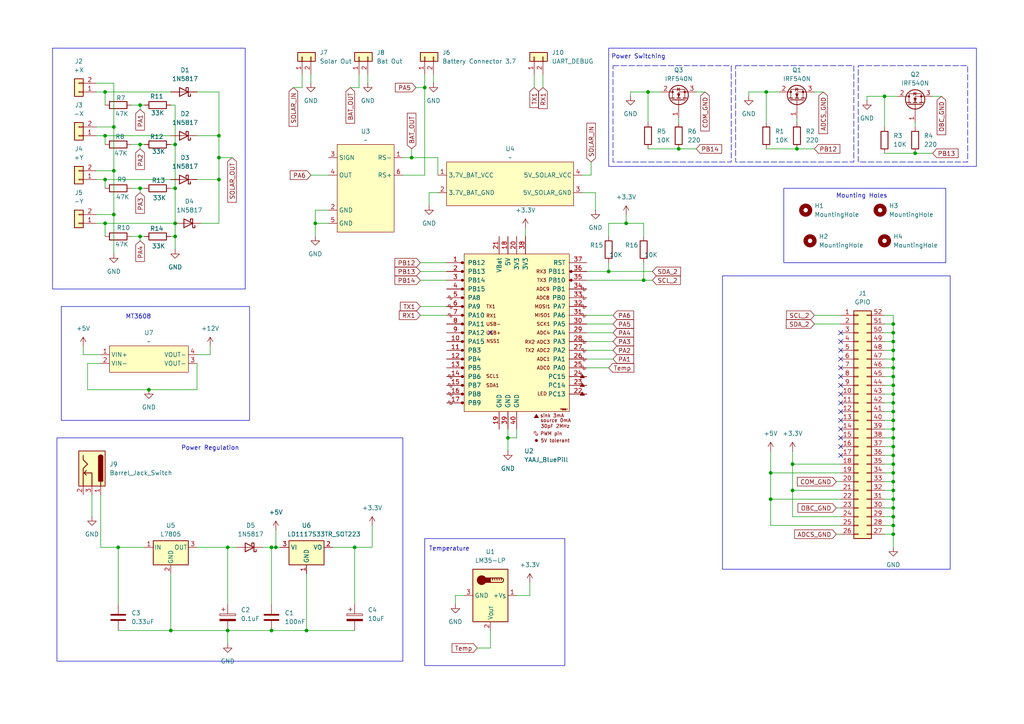
<source format=kicad_sch>
(kicad_sch (version 20231120) (generator "eeschema") (generator_version "8.0")
  (paper "A4")
  (junction (at 259.08 149.86))
  (junction (at 176.53 78.74))
  (junction (at 49.53 182.88))
  (junction (at 30.48 52.07))
  (junction (at 40.64 41.91))
  (junction (at 40.64 68.58))
  (junction (at 259.08 127))
  (junction (at 63.5 45.72))
  (junction (at 223.52 137.16))
  (junction (at 259.08 101.6))
  (junction (at 259.08 129.54))
  (junction (at 40.64 30.48))
  (junction (at 259.08 124.46))
  (junction (at 50.8 54.61))
  (junction (at 43.18 113.03))
  (junction (at 50.8 64.77))
  (junction (at 259.08 132.08))
  (junction (at 78.74 158.75))
  (junction (at 196.85 43.18))
  (junction (at 66.04 158.75))
  (junction (at 80.01 158.75))
  (junction (at 229.87 142.24))
  (junction (at 259.08 134.62))
  (junction (at 222.25 26.67))
  (junction (at 259.08 137.16))
  (junction (at 147.32 127))
  (junction (at 34.29 158.75))
  (junction (at 63.5 52.07))
  (junction (at 259.08 154.94))
  (junction (at 229.87 134.62))
  (junction (at 186.69 81.28))
  (junction (at 30.48 64.77))
  (junction (at 259.08 114.3))
  (junction (at 259.08 144.78))
  (junction (at 259.08 109.22))
  (junction (at 259.08 121.92))
  (junction (at 223.52 144.78))
  (junction (at 33.02 49.53))
  (junction (at 50.8 68.58))
  (junction (at 33.02 36.83))
  (junction (at 187.96 26.67))
  (junction (at 231.14 43.18))
  (junction (at 259.08 111.76))
  (junction (at 265.43 44.45))
  (junction (at 181.61 64.77))
  (junction (at 33.02 62.23))
  (junction (at 63.5 39.37))
  (junction (at 30.48 39.37))
  (junction (at 78.74 182.88))
  (junction (at 259.08 139.7))
  (junction (at 259.08 119.38))
  (junction (at 259.08 147.32))
  (junction (at 259.08 104.14))
  (junction (at 259.08 142.24))
  (junction (at 259.08 152.4))
  (junction (at 88.9 182.88))
  (junction (at 259.08 106.68))
  (junction (at 66.04 182.88))
  (junction (at 123.19 25.4))
  (junction (at 40.64 54.61))
  (junction (at 259.08 96.52))
  (junction (at 91.44 64.77))
  (junction (at 259.08 99.06))
  (junction (at 259.08 93.98))
  (junction (at 259.08 116.84))
  (junction (at 119.38 45.72))
  (junction (at 102.87 158.75))
  (junction (at 256.54 27.94))
  (junction (at 30.48 26.67))
  (junction (at 50.8 41.91))
  (no_connect (at 243.84 96.52))
  (no_connect (at 243.84 106.68))
  (no_connect (at 243.84 132.08))
  (no_connect (at 142.24 96.52))
  (no_connect (at 243.84 114.3))
  (no_connect (at 243.84 119.38))
  (no_connect (at 243.84 104.14))
  (no_connect (at 243.84 109.22))
  (no_connect (at 243.84 121.92))
  (no_connect (at 243.84 101.6))
  (no_connect (at 243.84 111.76))
  (no_connect (at 243.84 129.54))
  (no_connect (at 243.84 116.84))
  (no_connect (at 243.84 99.06))
  (no_connect (at 243.84 127))
  (no_connect (at 243.84 124.46))
  (wire (pts (xy 259.08 116.84) (xy 259.08 119.38)))
  (wire (pts (xy 259.08 132.08) (xy 259.08 134.62)))
  (wire (pts (xy 30.48 39.37) (xy 49.53 39.37)))
  (wire (pts (xy 38.1 41.91) (xy 40.64 41.91)))
  (wire (pts (xy 63.5 26.67) (xy 63.5 39.37)))
  (wire (pts (xy 256.54 121.92) (xy 259.08 121.92)))
  (wire (pts (xy 259.08 142.24) (xy 259.08 144.78)))
  (wire (pts (xy 50.8 41.91) (xy 50.8 54.61)))
  (wire (pts (xy 90.17 21.59) (xy 90.17 24.13)))
  (wire (pts (xy 256.54 142.24) (xy 259.08 142.24)))
  (wire (pts (xy 125.73 21.59) (xy 125.73 24.13)))
  (wire (pts (xy 222.25 26.67) (xy 222.25 35.56)))
  (wire (pts (xy 40.64 69.85) (xy 40.64 68.58)))
  (wire (pts (xy 38.1 30.48) (xy 40.64 30.48)))
  (wire (pts (xy 60.96 102.87) (xy 60.96 100.33)))
  (wire (pts (xy 256.54 139.7) (xy 259.08 139.7)))
  (wire (pts (xy 256.54 99.06) (xy 259.08 99.06)))
  (wire (pts (xy 66.04 182.88) (xy 66.04 186.69)))
  (wire (pts (xy 27.94 26.67) (xy 30.48 26.67)))
  (wire (pts (xy 259.08 127) (xy 259.08 129.54)))
  (wire (pts (xy 170.18 104.14) (xy 177.8 104.14)))
  (wire (pts (xy 127 55.88) (xy 124.46 55.88)))
  (wire (pts (xy 256.54 44.45) (xy 265.43 44.45)))
  (wire (pts (xy 33.02 36.83) (xy 33.02 49.53)))
  (wire (pts (xy 88.9 166.37) (xy 88.9 182.88)))
  (wire (pts (xy 259.08 134.62) (xy 259.08 137.16)))
  (wire (pts (xy 116.84 45.72) (xy 119.38 45.72)))
  (wire (pts (xy 259.08 104.14) (xy 259.08 106.68)))
  (wire (pts (xy 123.19 21.59) (xy 123.19 25.4)))
  (wire (pts (xy 176.53 78.74) (xy 189.23 78.74)))
  (wire (pts (xy 256.54 144.78) (xy 259.08 144.78)))
  (wire (pts (xy 49.53 30.48) (xy 50.8 30.48)))
  (wire (pts (xy 27.94 64.77) (xy 30.48 64.77)))
  (wire (pts (xy 265.43 36.83) (xy 265.43 35.56)))
  (wire (pts (xy 38.1 68.58) (xy 40.64 68.58)))
  (wire (pts (xy 157.48 21.59) (xy 157.48 25.4)))
  (wire (pts (xy 223.52 152.4) (xy 223.52 144.78)))
  (wire (pts (xy 149.86 172.72) (xy 153.67 172.72)))
  (wire (pts (xy 38.1 54.61) (xy 40.64 54.61)))
  (wire (pts (xy 127 45.72) (xy 127 50.8)))
  (wire (pts (xy 171.45 50.8) (xy 171.45 46.99)))
  (wire (pts (xy 76.2 158.75) (xy 78.74 158.75)))
  (wire (pts (xy 63.5 52.07) (xy 63.5 64.77)))
  (wire (pts (xy 259.08 147.32) (xy 259.08 149.86)))
  (wire (pts (xy 181.61 62.23) (xy 181.61 64.77)))
  (wire (pts (xy 217.17 26.67) (xy 217.17 27.94)))
  (wire (pts (xy 50.8 30.48) (xy 50.8 41.91)))
  (wire (pts (xy 259.08 152.4) (xy 259.08 154.94)))
  (wire (pts (xy 170.18 91.44) (xy 177.8 91.44)))
  (wire (pts (xy 259.08 101.6) (xy 259.08 104.14)))
  (wire (pts (xy 168.91 50.8) (xy 171.45 50.8)))
  (wire (pts (xy 259.08 96.52) (xy 259.08 99.06)))
  (wire (pts (xy 123.19 25.4) (xy 123.19 50.8)))
  (wire (pts (xy 26.67 143.51) (xy 26.67 149.86)))
  (wire (pts (xy 85.09 25.4) (xy 87.63 25.4)))
  (wire (pts (xy 27.94 49.53) (xy 33.02 49.53)))
  (wire (pts (xy 168.91 55.88) (xy 172.72 55.88)))
  (wire (pts (xy 256.54 27.94) (xy 251.46 27.94)))
  (wire (pts (xy 256.54 106.68) (xy 259.08 106.68)))
  (wire (pts (xy 242.57 147.32) (xy 243.84 147.32)))
  (wire (pts (xy 256.54 114.3) (xy 259.08 114.3)))
  (wire (pts (xy 242.57 154.94) (xy 243.84 154.94)))
  (wire (pts (xy 256.54 132.08) (xy 259.08 132.08)))
  (wire (pts (xy 49.53 68.58) (xy 50.8 68.58)))
  (wire (pts (xy 134.62 172.72) (xy 132.08 172.72)))
  (wire (pts (xy 236.22 93.98) (xy 243.84 93.98)))
  (wire (pts (xy 259.08 137.16) (xy 259.08 139.7)))
  (wire (pts (xy 33.02 49.53) (xy 33.02 62.23)))
  (wire (pts (xy 153.67 172.72) (xy 153.67 168.91)))
  (wire (pts (xy 259.08 149.86) (xy 259.08 152.4)))
  (wire (pts (xy 256.54 129.54) (xy 259.08 129.54)))
  (wire (pts (xy 260.35 27.94) (xy 256.54 27.94)))
  (wire (pts (xy 49.53 166.37) (xy 49.53 182.88)))
  (wire (pts (xy 265.43 44.45) (xy 270.51 44.45)))
  (wire (pts (xy 187.96 26.67) (xy 187.96 35.56)))
  (wire (pts (xy 152.4 66.04) (xy 152.4 68.58)))
  (wire (pts (xy 256.54 127) (xy 259.08 127)))
  (wire (pts (xy 154.94 21.59) (xy 154.94 25.4)))
  (wire (pts (xy 30.48 54.61) (xy 30.48 52.07)))
  (wire (pts (xy 147.32 127) (xy 147.32 130.81)))
  (wire (pts (xy 63.5 64.77) (xy 58.42 64.77)))
  (wire (pts (xy 256.54 27.94) (xy 256.54 36.83)))
  (wire (pts (xy 259.08 129.54) (xy 259.08 132.08)))
  (wire (pts (xy 121.92 81.28) (xy 129.54 81.28)))
  (wire (pts (xy 196.85 43.18) (xy 201.93 43.18)))
  (wire (pts (xy 33.02 24.13) (xy 33.02 36.83)))
  (wire (pts (xy 256.54 149.86) (xy 259.08 149.86)))
  (wire (pts (xy 256.54 124.46) (xy 259.08 124.46)))
  (wire (pts (xy 24.13 100.33) (xy 24.13 102.87)))
  (wire (pts (xy 236.22 91.44) (xy 243.84 91.44)))
  (wire (pts (xy 259.08 144.78) (xy 259.08 147.32)))
  (wire (pts (xy 49.53 182.88) (xy 66.04 182.88)))
  (wire (pts (xy 256.54 116.84) (xy 259.08 116.84)))
  (wire (pts (xy 259.08 154.94) (xy 259.08 158.75)))
  (wire (pts (xy 181.61 64.77) (xy 186.69 64.77)))
  (wire (pts (xy 80.01 153.67) (xy 80.01 158.75)))
  (wire (pts (xy 170.18 81.28) (xy 186.69 81.28)))
  (wire (pts (xy 170.18 99.06) (xy 177.8 99.06)))
  (wire (pts (xy 142.24 187.96) (xy 138.43 187.96)))
  (wire (pts (xy 147.32 124.46) (xy 147.32 127)))
  (wire (pts (xy 119.38 45.72) (xy 127 45.72)))
  (wire (pts (xy 40.64 31.75) (xy 40.64 30.48)))
  (wire (pts (xy 40.64 68.58) (xy 41.91 68.58)))
  (wire (pts (xy 259.08 114.3) (xy 259.08 116.84)))
  (wire (pts (xy 229.87 142.24) (xy 229.87 134.62)))
  (wire (pts (xy 121.92 78.74) (xy 129.54 78.74)))
  (wire (pts (xy 259.08 93.98) (xy 259.08 96.52)))
  (wire (pts (xy 187.96 26.67) (xy 182.88 26.67)))
  (wire (pts (xy 256.54 93.98) (xy 259.08 93.98)))
  (wire (pts (xy 91.44 64.77) (xy 91.44 68.58)))
  (wire (pts (xy 40.64 43.18) (xy 40.64 41.91)))
  (wire (pts (xy 256.54 147.32) (xy 259.08 147.32)))
  (wire (pts (xy 259.08 154.94) (xy 256.54 154.94)))
  (wire (pts (xy 63.5 45.72) (xy 63.5 52.07)))
  (wire (pts (xy 57.15 105.41) (xy 57.15 113.03)))
  (wire (pts (xy 49.53 41.91) (xy 50.8 41.91)))
  (wire (pts (xy 34.29 182.88) (xy 49.53 182.88)))
  (wire (pts (xy 34.29 158.75) (xy 34.29 175.26)))
  (wire (pts (xy 256.54 101.6) (xy 259.08 101.6)))
  (wire (pts (xy 222.25 43.18) (xy 231.14 43.18)))
  (wire (pts (xy 66.04 182.88) (xy 78.74 182.88)))
  (wire (pts (xy 66.04 158.75) (xy 68.58 158.75)))
  (wire (pts (xy 119.38 43.18) (xy 119.38 45.72)))
  (wire (pts (xy 96.52 158.75) (xy 102.87 158.75)))
  (wire (pts (xy 170.18 101.6) (xy 177.8 101.6)))
  (wire (pts (xy 91.44 60.96) (xy 91.44 64.77)))
  (wire (pts (xy 223.52 144.78) (xy 243.84 144.78)))
  (wire (pts (xy 30.48 26.67) (xy 30.48 30.48)))
  (wire (pts (xy 223.52 144.78) (xy 223.52 137.16)))
  (wire (pts (xy 242.57 139.7) (xy 243.84 139.7)))
  (wire (pts (xy 256.54 119.38) (xy 259.08 119.38)))
  (wire (pts (xy 170.18 78.74) (xy 176.53 78.74)))
  (wire (pts (xy 259.08 124.46) (xy 259.08 127)))
  (wire (pts (xy 176.53 76.2) (xy 176.53 78.74)))
  (wire (pts (xy 50.8 54.61) (xy 50.8 64.77)))
  (wire (pts (xy 95.25 60.96) (xy 91.44 60.96)))
  (wire (pts (xy 259.08 109.22) (xy 259.08 111.76)))
  (wire (pts (xy 29.21 105.41) (xy 25.4 105.41)))
  (wire (pts (xy 87.63 21.59) (xy 87.63 25.4)))
  (wire (pts (xy 34.29 158.75) (xy 41.91 158.75)))
  (wire (pts (xy 106.68 21.59) (xy 106.68 24.13)))
  (wire (pts (xy 170.18 106.68) (xy 176.53 106.68)))
  (wire (pts (xy 25.4 113.03) (xy 43.18 113.03)))
  (wire (pts (xy 25.4 105.41) (xy 25.4 113.03)))
  (wire (pts (xy 172.72 55.88) (xy 172.72 60.96)))
  (wire (pts (xy 120.65 25.4) (xy 123.19 25.4)))
  (wire (pts (xy 229.87 134.62) (xy 243.84 134.62)))
  (wire (pts (xy 30.48 64.77) (xy 30.48 68.58)))
  (wire (pts (xy 222.25 26.67) (xy 217.17 26.67)))
  (wire (pts (xy 226.06 26.67) (xy 222.25 26.67)))
  (wire (pts (xy 27.94 39.37) (xy 30.48 39.37)))
  (wire (pts (xy 270.51 27.94) (xy 273.05 27.94)))
  (wire (pts (xy 229.87 149.86) (xy 229.87 142.24)))
  (wire (pts (xy 30.48 52.07) (xy 27.94 52.07)))
  (wire (pts (xy 57.15 113.03) (xy 43.18 113.03)))
  (wire (pts (xy 259.08 99.06) (xy 259.08 101.6)))
  (wire (pts (xy 66.04 158.75) (xy 66.04 175.26)))
  (wire (pts (xy 107.95 152.4) (xy 107.95 158.75)))
  (wire (pts (xy 78.74 158.75) (xy 78.74 175.26)))
  (wire (pts (xy 196.85 35.56) (xy 196.85 34.29)))
  (wire (pts (xy 259.08 111.76) (xy 259.08 114.3)))
  (wire (pts (xy 27.94 36.83) (xy 33.02 36.83)))
  (wire (pts (xy 259.08 119.38) (xy 259.08 121.92)))
  (wire (pts (xy 251.46 27.94) (xy 251.46 29.21)))
  (wire (pts (xy 104.14 21.59) (xy 104.14 25.4)))
  (wire (pts (xy 229.87 134.62) (xy 229.87 130.81)))
  (wire (pts (xy 63.5 39.37) (xy 63.5 45.72)))
  (wire (pts (xy 176.53 68.58) (xy 176.53 64.77)))
  (wire (pts (xy 121.92 91.44) (xy 129.54 91.44)))
  (wire (pts (xy 57.15 52.07) (xy 63.5 52.07)))
  (wire (pts (xy 50.8 64.77) (xy 50.8 68.58)))
  (wire (pts (xy 176.53 64.77) (xy 181.61 64.77)))
  (wire (pts (xy 132.08 172.72) (xy 132.08 175.26)))
  (wire (pts (xy 259.08 91.44) (xy 259.08 93.98)))
  (wire (pts (xy 91.44 64.77) (xy 95.25 64.77)))
  (wire (pts (xy 57.15 102.87) (xy 60.96 102.87)))
  (wire (pts (xy 49.53 54.61) (xy 50.8 54.61)))
  (wire (pts (xy 259.08 139.7) (xy 259.08 142.24)))
  (wire (pts (xy 124.46 55.88) (xy 124.46 59.69)))
  (wire (pts (xy 80.01 158.75) (xy 78.74 158.75)))
  (wire (pts (xy 40.64 41.91) (xy 41.91 41.91)))
  (wire (pts (xy 90.17 50.8) (xy 95.25 50.8)))
  (wire (pts (xy 223.52 137.16) (xy 223.52 130.81)))
  (wire (pts (xy 30.48 39.37) (xy 30.48 41.91)))
  (wire (pts (xy 201.93 26.67) (xy 204.47 26.67)))
  (wire (pts (xy 256.54 109.22) (xy 259.08 109.22)))
  (wire (pts (xy 121.92 88.9) (xy 129.54 88.9)))
  (wire (pts (xy 256.54 111.76) (xy 259.08 111.76)))
  (wire (pts (xy 101.6 25.4) (xy 104.14 25.4)))
  (wire (pts (xy 256.54 96.52) (xy 259.08 96.52)))
  (wire (pts (xy 57.15 158.75) (xy 66.04 158.75)))
  (wire (pts (xy 186.69 68.58) (xy 186.69 64.77)))
  (wire (pts (xy 29.21 143.51) (xy 29.21 158.75)))
  (wire (pts (xy 40.64 30.48) (xy 41.91 30.48)))
  (wire (pts (xy 50.8 64.77) (xy 30.48 64.77)))
  (wire (pts (xy 30.48 26.67) (xy 49.53 26.67)))
  (wire (pts (xy 102.87 158.75) (xy 107.95 158.75)))
  (wire (pts (xy 187.96 43.18) (xy 196.85 43.18)))
  (wire (pts (xy 30.48 52.07) (xy 49.53 52.07)))
  (wire (pts (xy 149.86 124.46) (xy 149.86 127)))
  (wire (pts (xy 191.77 26.67) (xy 187.96 26.67)))
  (wire (pts (xy 243.84 149.86) (xy 229.87 149.86)))
  (wire (pts (xy 182.88 26.67) (xy 182.88 27.94)))
  (wire (pts (xy 57.15 39.37) (xy 63.5 39.37)))
  (wire (pts (xy 256.54 134.62) (xy 259.08 134.62)))
  (wire (pts (xy 142.24 182.88) (xy 142.24 187.96)))
  (wire (pts (xy 29.21 158.75) (xy 34.29 158.75)))
  (wire (pts (xy 186.69 81.28) (xy 189.23 81.28)))
  (wire (pts (xy 256.54 152.4) (xy 259.08 152.4)))
  (wire (pts (xy 231.14 43.18) (xy 236.22 43.18)))
  (wire (pts (xy 50.8 68.58) (xy 50.8 72.39)))
  (wire (pts (xy 256.54 104.14) (xy 259.08 104.14)))
  (wire (pts (xy 121.92 76.2) (xy 129.54 76.2)))
  (wire (pts (xy 236.22 26.67) (xy 238.76 26.67)))
  (wire (pts (xy 24.13 102.87) (xy 29.21 102.87)))
  (wire (pts (xy 63.5 45.72) (xy 67.31 45.72)))
  (wire (pts (xy 123.19 50.8) (xy 116.84 50.8)))
  (wire (pts (xy 259.08 106.68) (xy 259.08 109.22)))
  (wire (pts (xy 57.15 26.67) (xy 63.5 26.67)))
  (wire (pts (xy 170.18 96.52) (xy 177.8 96.52)))
  (wire (pts (xy 27.94 24.13) (xy 33.02 24.13)))
  (wire (pts (xy 102.87 158.75) (xy 102.87 175.26)))
  (wire (pts (xy 33.02 62.23) (xy 27.94 62.23)))
  (wire (pts (xy 229.87 142.24) (xy 243.84 142.24)))
  (wire (pts (xy 243.84 152.4) (xy 223.52 152.4)))
  (wire (pts (xy 231.14 35.56) (xy 231.14 34.29)))
  (wire (pts (xy 223.52 137.16) (xy 243.84 137.16)))
  (wire (pts (xy 78.74 182.88) (xy 88.9 182.88)))
  (wire (pts (xy 149.86 127) (xy 147.32 127)))
  (wire (pts (xy 81.28 158.75) (xy 80.01 158.75)))
  (wire (pts (xy 170.18 93.98) (xy 177.8 93.98)))
  (wire (pts (xy 259.08 121.92) (xy 259.08 124.46)))
  (wire (pts (xy 256.54 91.44) (xy 259.08 91.44)))
  (wire (pts (xy 33.02 62.23) (xy 33.02 73.66)))
  (wire (pts (xy 256.54 137.16) (xy 259.08 137.16)))
  (wire (pts (xy 40.64 54.61) (xy 41.91 54.61)))
  (wire (pts (xy 186.69 76.2) (xy 186.69 81.28)))
  (wire (pts (xy 88.9 182.88) (xy 102.87 182.88)))
  (wire (pts (xy 40.64 55.88) (xy 40.64 54.61)))
  (rectangle (start 176.53 13.97) (end 283.21 48.26))
  (rectangle (start 15.24 13.97) (end 71.12 83.82))
  (rectangle (start 16.51 127) (end 116.84 191.77))
  (rectangle (start 17.78 88.9) (end 72.39 121.92))
  (rectangle (start 213.36 19.05) (end 247.65 46.99) (stroke (width 0) (type dash)))
  (rectangle (start 227.33 54.61) (end 274.32 76.2))
  (rectangle (start 177.8 19.05) (end 212.09 46.99) (stroke (width 0) (type dash)))
  (rectangle (start 248.92 19.05) (end 280.67 46.99) (stroke (width 0) (type dash)))
  (rectangle (start 209.55 80.01) (end 275.59 165.1))
  (rectangle (start 123.19 156.21) (end 163.83 193.04))
  (text "MT3608\n" (at 40.132 91.948 0) (effects (font (size 1.27 1.27))))
  (text "Power Regulation\n" (at 60.96 130.048 0) (effects (font (size 1.27 1.27))))
  (text "Temperature" (at 130.302 159.258 0) (effects (font (size 1.27 1.27))))
  (text "Mounting Holes\n" (at 249.936 56.896 0) (effects (font (size 1.27 1.27))))
  (text "Power Switching" (at 185.166 16.51 0) (effects (font (size 1.27 1.27))))
  (global_label "ADCS_GND" (shape input) (at 238.76 26.67 270) (property "Intersheetrefs" "${INTERSHEET_REFS}" (effects (hide yes))))
  (global_label "TX1" (shape input) (at 154.94 25.4 270) (property "Intersheetrefs" "${INTERSHEET_REFS}" (effects (hide yes))))
  (global_label "PA4" (shape input) (at 40.64 69.85 270) (property "Intersheetrefs" "${INTERSHEET_REFS}" (effects (hide yes))))
  (global_label "Temp" (shape input) (at 176.53 106.68 0) (property "Intersheetrefs" "${INTERSHEET_REFS}" (effects (hide yes))))
  (global_label "RX1" (shape input) (at 121.92 91.44 180) (property "Intersheetrefs" "${INTERSHEET_REFS}" (effects (hide yes))))
  (global_label "PA3" (shape input) (at 40.64 55.88 270) (property "Intersheetrefs" "${INTERSHEET_REFS}" (effects (hide yes))))
  (global_label "BAT_OUT" (shape input) (at 101.6 25.4 270) (property "Intersheetrefs" "${INTERSHEET_REFS}" (effects (hide yes))))
  (global_label "SOLAR_OUT" (shape input) (at 67.31 45.72 270) (property "Intersheetrefs" "${INTERSHEET_REFS}" (effects (hide yes))))
  (global_label "PB14" (shape input) (at 121.92 81.28 180) (property "Intersheetrefs" "${INTERSHEET_REFS}" (effects (hide yes))))
  (global_label "PA2" (shape input) (at 40.64 43.18 270) (property "Intersheetrefs" "${INTERSHEET_REFS}" (effects (hide yes))))
  (global_label "RX1" (shape input) (at 157.48 25.4 270) (property "Intersheetrefs" "${INTERSHEET_REFS}" (effects (hide yes))))
  (global_label "BAT_OUT" (shape input) (at 119.38 43.18 90) (property "Intersheetrefs" "${INTERSHEET_REFS}" (effects (hide yes))))
  (global_label "COM_GND" (shape input) (at 204.47 26.67 270) (property "Intersheetrefs" "${INTERSHEET_REFS}" (effects (hide yes))))
  (global_label "COM_GND" (shape input) (at 242.57 139.7 180) (property "Intersheetrefs" "${INTERSHEET_REFS}" (effects (hide yes))))
  (global_label "PB14" (shape input) (at 201.93 43.18 0) (property "Intersheetrefs" "${INTERSHEET_REFS}" (effects (hide yes))))
  (global_label "PA4" (shape input) (at 177.8 96.52 0) (property "Intersheetrefs" "${INTERSHEET_REFS}" (effects (hide yes))))
  (global_label "TX1" (shape input) (at 121.92 88.9 180) (property "Intersheetrefs" "${INTERSHEET_REFS}" (effects (hide yes))))
  (global_label "ADCS_GND" (shape input) (at 242.57 154.94 180) (property "Intersheetrefs" "${INTERSHEET_REFS}" (effects (hide yes))))
  (global_label "OBC_GND" (shape input) (at 242.57 147.32 180) (property "Intersheetrefs" "${INTERSHEET_REFS}" (effects (hide yes))))
  (global_label "Temp" (shape input) (at 138.43 187.96 180) (property "Intersheetrefs" "${INTERSHEET_REFS}" (effects (hide yes))))
  (global_label "PA5" (shape input) (at 177.8 93.98 0) (property "Intersheetrefs" "${INTERSHEET_REFS}" (effects (hide yes))))
  (global_label "OBC_GND" (shape input) (at 273.05 27.94 270) (property "Intersheetrefs" "${INTERSHEET_REFS}" (effects (hide yes))))
  (global_label "SDA_2" (shape input) (at 189.23 78.74 0) (property "Intersheetrefs" "${INTERSHEET_REFS}" (effects (hide yes))))
  (global_label "PA2" (shape input) (at 177.8 101.6 0) (property "Intersheetrefs" "${INTERSHEET_REFS}" (effects (hide yes))))
  (global_label "SDA_2" (shape input) (at 236.22 93.98 180) (property "Intersheetrefs" "${INTERSHEET_REFS}" (effects (hide yes))))
  (global_label "PA3" (shape input) (at 177.8 99.06 0) (property "Intersheetrefs" "${INTERSHEET_REFS}" (effects (hide yes))))
  (global_label "PB13" (shape input) (at 270.51 44.45 0) (property "Intersheetrefs" "${INTERSHEET_REFS}" (effects (hide yes))))
  (global_label "PB12" (shape input) (at 236.22 43.18 0) (property "Intersheetrefs" "${INTERSHEET_REFS}" (effects (hide yes))))
  (global_label "SCL_2" (shape input) (at 189.23 81.28 0) (property "Intersheetrefs" "${INTERSHEET_REFS}" (effects (hide yes))))
  (global_label "PB13" (shape input) (at 121.92 78.74 180) (property "Intersheetrefs" "${INTERSHEET_REFS}" (effects (hide yes))))
  (global_label "PA6" (shape input) (at 177.8 91.44 0) (property "Intersheetrefs" "${INTERSHEET_REFS}" (effects (hide yes))))
  (global_label "SOLAR_IN" (shape input) (at 171.45 46.99 90) (property "Intersheetrefs" "${INTERSHEET_REFS}" (effects (hide yes))))
  (global_label "PA1" (shape input) (at 40.64 31.75 270) (property "Intersheetrefs" "${INTERSHEET_REFS}" (effects (hide yes))))
  (global_label "SOLAR_IN" (shape input) (at 85.09 25.4 270) (property "Intersheetrefs" "${INTERSHEET_REFS}" (effects (hide yes))))
  (global_label "PA1" (shape input) (at 177.8 104.14 0) (property "Intersheetrefs" "${INTERSHEET_REFS}" (effects (hide yes))))
  (global_label "PA5" (shape input) (at 120.65 25.4 180) (property "Intersheetrefs" "${INTERSHEET_REFS}" (effects (hide yes))))
  (global_label "SCL_2" (shape input) (at 236.22 91.44 180) (property "Intersheetrefs" "${INTERSHEET_REFS}" (effects (hide yes))))
  (global_label "PA6" (shape input) (at 90.17 50.8 180) (property "Intersheetrefs" "${INTERSHEET_REFS}" (effects (hide yes))))
  (global_label "PB12" (shape input) (at 121.92 76.2 180) (property "Intersheetrefs" "${INTERSHEET_REFS}" (effects (hide yes))))
  (symbol (lib_id "Connector_Generic:Conn_01x02") (at 104.14 16.51 90) (unit 1)
    (property "Reference" "J8" (at 109.22 15.2399 90) (effects (justify right)))
    (property "Value" "Bat Out" (at 109.22 17.7799 90) (effects (justify right)))
    (property "Footprint" "Connector_JST:JST_EH_B2B-EH-A_1x02_P2.50mm_Vertical" (effects (hide yes)))
    (property "Description" "Generic connector, single row, 01x02, script generated (kicad-library-utils/schlib/autogen/connector/)" (effects (hide yes)))
  )
  (symbol (lib_id "Device:R") (at 34.29 30.48 90) (unit 1)
    (property "Reference" "R7" (at 35.052 28.448 90))
    (property "Value" "47K" (at 35.306 33.02 90))
    (property "Footprint" "Resistor_THT:R_Axial_DIN0204_L3.6mm_D1.6mm_P5.08mm_Horizontal" (effects (hide yes)))
    (property "Description" "Resistor" (effects (hide yes)))
  )
  (symbol (lib_id "New_Library:MT3608_Module") (at 43.18 104.14 0) (unit 1)
    (property "Reference" "U7" (at 43.18 96.52 0))
    (property "Value" "~" (at 43.18 99.06 0))
    (property "Footprint" "Library:MT3608 Module" (effects (hide yes)))
  )
  (symbol (lib_id "power:GND") (at 172.72 60.96 0) (unit 1)
    (property "Reference" "#PWR014" (effects (hide yes)))
    (property "Value" "GND" (at 172.72 66.04 0))
    (property "Description" "Power symbol creates a global label with name \"GND\" , ground" (effects (hide yes)))
  )
  (symbol (lib_id "Device:R") (at 265.43 40.64 0) (unit 1)
    (property "Reference" "R4" (at 267.97 39.3699 0) (effects (justify left)))
    (property "Value" "220" (at 267.97 41.9099 0) (effects (justify left)))
    (property "Footprint" "Resistor_THT:R_Axial_DIN0204_L3.6mm_D1.6mm_P5.08mm_Horizontal" (effects (hide yes)))
    (property "Description" "Resistor" (effects (hide yes)))
  )
  (symbol (lib_id "power:GND") (at 125.73 24.13 0) (unit 1)
    (property "Reference" "#PWR011" (effects (hide yes)))
    (property "Value" "GND" (at 125.73 29.21 0))
    (property "Description" "Power symbol creates a global label with name \"GND\" , ground" (effects (hide yes)))
  )
  (symbol (lib_id "Connector_Generic:Conn_01x02") (at 87.63 16.51 90) (unit 1)
    (property "Reference" "J7" (at 92.71 15.2399 90) (effects (justify right)))
    (property "Value" "Solar Out" (at 92.71 17.7799 90) (effects (justify right)))
    (property "Footprint" "Connector_JST:JST_EH_B2B-EH-A_1x02_P2.50mm_Vertical" (effects (hide yes)))
    (property "Description" "Generic connector, single row, 01x02, script generated (kicad-library-utils/schlib/autogen/connector/)" (effects (hide yes)))
  )
  (symbol (lib_id "Mechanical:MountingHole") (at 234.95 69.85 0) (unit 1) (exclude_from_sim yes) (in_bom no)
    (property "Reference" "H2" (at 237.49 68.5799 0) (effects (justify left)))
    (property "Value" "MountingHole" (at 237.49 71.1199 0) (effects (justify left)))
    (property "Footprint" "MountingHole:MountingHole_3.2mm_M3_ISO14580" (effects (hide yes)))
    (property "Description" "Mounting Hole without connection" (effects (hide yes)))
  )
  (symbol (lib_id "Connector_Generic:Conn_01x02") (at 154.94 16.51 90) (unit 1)
    (property "Reference" "J10" (at 160.02 15.2399 90) (effects (justify right)))
    (property "Value" "UART_DEBUG" (at 160.02 17.7799 90) (effects (justify right)))
    (property "Footprint" "Connector_JST:JST_EH_B2B-EH-A_1x02_P2.50mm_Vertical" (effects (hide yes)))
    (property "Description" "Generic connector, single row, 01x02, script generated (kicad-library-utils/schlib/autogen/connector/)" (effects (hide yes)))
  )
  (symbol (lib_id "Connector_Generic:Conn_01x02") (at 22.86 26.67 180) (unit 1)
    (property "Reference" "J2" (at 22.86 17.78 0))
    (property "Value" "+X" (at 22.86 20.32 0))
    (property "Footprint" "Connector_JST:JST_EH_B2B-EH-A_1x02_P2.50mm_Vertical" (effects (hide yes)))
    (property "Description" "Generic connector, single row, 01x02, script generated (kicad-library-utils/schlib/autogen/connector/)" (effects (hide yes)))
  )
  (symbol (lib_id "Transistor_FET:IRF540N") (at 231.14 29.21 90) (unit 1)
    (property "Reference" "Q1" (at 231.14 20.32 90))
    (property "Value" "IRF540N" (at 231.14 22.86 90))
    (property "Footprint" "Package_TO_SOT_THT:TO-220-3_Vertical" (effects (hide yes)))
    (property "Datasheet" "http://www.irf.com/product-info/datasheets/data/irf540n.pdf" (effects (hide yes)))
    (property "Description" "33A Id, 100V Vds, HEXFET N-Channel MOSFET, TO-220" (effects (hide yes)))
  )
  (symbol (lib_id "Device:R") (at 176.53 72.39 0) (mirror y) (unit 1)
    (property "Reference" "R15" (at 175.006 71.12 0) (effects (justify left)))
    (property "Value" "10K" (at 180.594 73.914 0) (effects (justify left)))
    (property "Footprint" "Resistor_THT:R_Axial_DIN0204_L3.6mm_D1.6mm_P5.08mm_Horizontal" (effects (hide yes)))
    (property "Description" "Resistor" (effects (hide yes)))
  )
  (symbol (lib_id "power:GND") (at 106.68 24.13 0) (unit 1)
    (property "Reference" "#PWR016" (effects (hide yes)))
    (property "Value" "GND" (at 106.68 29.21 0))
    (property "Description" "Power symbol creates a global label with name \"GND\" , ground" (effects (hide yes)))
  )
  (symbol (lib_id "Diode:1N5817") (at 53.34 26.67 180) (unit 1)
    (property "Reference" "D1" (at 53.6575 20.32 0))
    (property "Value" "1N5817" (at 53.6575 22.86 0))
    (property "Footprint" "Diode_THT:D_DO-41_SOD81_P10.16mm_Horizontal" (effects (hide yes)))
    (property "Datasheet" "http://www.vishay.com/docs/88525/1n5817.pdf" (effects (hide yes)))
    (property "Description" "20V 1A Schottky Barrier Rectifier Diode, DO-41" (effects (hide yes)))
  )
  (symbol (lib_id "Device:R") (at 34.29 54.61 90) (unit 1)
    (property "Reference" "R9" (at 35.306 52.07 90))
    (property "Value" "47K" (at 35.56 57.15 90))
    (property "Footprint" "Resistor_THT:R_Axial_DIN0204_L3.6mm_D1.6mm_P5.08mm_Horizontal" (effects (hide yes)))
    (property "Description" "Resistor" (effects (hide yes)))
  )
  (symbol (lib_id "Mechanical:MountingHole") (at 233.68 60.96 0) (unit 1) (exclude_from_sim yes) (in_bom no)
    (property "Reference" "H1" (at 236.22 59.6899 0) (effects (justify left)))
    (property "Value" "MountingHole" (at 236.22 62.2299 0) (effects (justify left)))
    (property "Footprint" "MountingHole:MountingHole_3.2mm_M3_ISO14580" (effects (hide yes)))
    (property "Description" "Mounting Hole without connection" (effects (hide yes)))
  )
  (symbol (lib_id "Connector_Generic:Conn_01x02") (at 123.19 16.51 90) (unit 1)
    (property "Reference" "J6" (at 128.27 15.2399 90) (effects (justify right)))
    (property "Value" "Battery Connector 3.7" (at 128.27 17.7799 90) (effects (justify right)))
    (property "Footprint" "Connector_JST:JST_EH_B2B-EH-A_1x02_P2.50mm_Vertical" (effects (hide yes)))
    (property "Description" "Generic connector, single row, 01x02, script generated (kicad-library-utils/schlib/autogen/connector/)" (effects (hide yes)))
  )
  (symbol (lib_id "Transistor_FET:IRF540N") (at 196.85 29.21 90) (unit 1)
    (property "Reference" "Q3" (at 196.85 20.32 90))
    (property "Value" "IRF540N" (at 196.85 22.86 90))
    (property "Footprint" "Package_TO_SOT_THT:TO-220-3_Vertical" (effects (hide yes)))
    (property "Datasheet" "http://www.irf.com/product-info/datasheets/data/irf540n.pdf" (effects (hide yes)))
    (property "Description" "33A Id, 100V Vds, HEXFET N-Channel MOSFET, TO-220" (effects (hide yes)))
  )
  (symbol (lib_id "New_Library:Max471_Module") (at 106.68 45.72 0) (unit 1)
    (property "Reference" "U3" (at 106.045 38.1 0))
    (property "Value" "~" (at 106.045 40.64 0))
    (property "Footprint" "Connector_PinSocket_2.54mm:PinSocket_1x06_P2.54mm_Vertical" (effects (hide yes)))
  )
  (symbol (lib_id "Diode:1N5817") (at 72.39 158.75 180) (unit 1)
    (property "Reference" "D5" (at 72.7075 152.4 0))
    (property "Value" "1N5817" (at 72.7075 154.94 0))
    (property "Footprint" "Diode_THT:D_DO-41_SOD81_P10.16mm_Horizontal" (effects (hide yes)))
    (property "Datasheet" "http://www.vishay.com/docs/88525/1n5817.pdf" (effects (hide yes)))
    (property "Description" "20V 1A Schottky Barrier Rectifier Diode, DO-41" (effects (hide yes)))
  )
  (symbol (lib_id "power:+3.3V") (at 181.61 62.23 0) (mirror y) (unit 1)
    (property "Reference" "#PWR027" (effects (hide yes)))
    (property "Value" "+3.3V" (at 181.61 57.15 0))
    (property "Description" "Power symbol creates a global label with name \"+3.3V\"" (effects (hide yes)))
  )
  (symbol (lib_id "power:+5V") (at 24.13 100.33 0) (unit 1)
    (property "Reference" "#PWR021" (effects (hide yes)))
    (property "Value" "+5V" (at 24.13 95.25 0))
    (property "Description" "Power symbol creates a global label with name \"+5V\"" (effects (hide yes)))
  )
  (symbol (lib_id "Device:R") (at 34.29 68.58 90) (unit 1)
    (property "Reference" "R10" (at 35.814 66.04 90))
    (property "Value" "47K" (at 35.306 70.866 90))
    (property "Footprint" "Resistor_THT:R_Axial_DIN0204_L3.6mm_D1.6mm_P5.08mm_Horizontal" (effects (hide yes)))
    (property "Description" "Resistor" (effects (hide yes)))
  )
  (symbol (lib_id "Connector_Generic:Conn_01x02") (at 22.86 64.77 180) (unit 1)
    (property "Reference" "J5" (at 22.86 55.88 0))
    (property "Value" "-Y" (at 22.86 58.42 0))
    (property "Footprint" "Connector_JST:JST_EH_B2B-EH-A_1x02_P2.50mm_Vertical" (effects (hide yes)))
    (property "Description" "Generic connector, single row, 01x02, script generated (kicad-library-utils/schlib/autogen/connector/)" (effects (hide yes)))
  )
  (symbol (lib_id "power:GND") (at 217.17 27.94 0) (unit 1)
    (property "Reference" "#PWR03" (effects (hide yes)))
    (property "Value" "GND" (at 217.17 33.02 0))
    (property "Description" "Power symbol creates a global label with name \"GND\" , ground" (effects (hide yes)))
  )
  (symbol (lib_id "power:GND") (at 91.44 68.58 0) (unit 1)
    (property "Reference" "#PWR012" (effects (hide yes)))
    (property "Value" "GND" (at 91.44 73.66 0))
    (property "Description" "Power symbol creates a global label with name \"GND\" , ground" (effects (hide yes)))
  )
  (symbol (lib_id "Device:R") (at 231.14 39.37 0) (unit 1)
    (property "Reference" "R2" (at 233.68 38.0999 0) (effects (justify left)))
    (property "Value" "220" (at 233.68 40.6399 0) (effects (justify left)))
    (property "Footprint" "Resistor_THT:R_Axial_DIN0204_L3.6mm_D1.6mm_P5.08mm_Horizontal" (effects (hide yes)))
    (property "Description" "Resistor" (effects (hide yes)))
  )
  (symbol (lib_id "power:+5V") (at 80.01 153.67 0) (unit 1)
    (property "Reference" "#PWR019" (effects (hide yes)))
    (property "Value" "+5V" (at 80.01 148.59 0))
    (property "Description" "Power symbol creates a global label with name \"+5V\"" (effects (hide yes)))
  )
  (symbol (lib_id "power:GND") (at 66.04 186.69 0) (unit 1)
    (property "Reference" "#PWR018" (effects (hide yes)))
    (property "Value" "GND" (at 66.04 191.77 0))
    (property "Description" "Power symbol creates a global label with name \"GND\" , ground" (effects (hide yes)))
  )
  (symbol (lib_id "Mechanical:MountingHole") (at 256.54 69.85 0) (unit 1) (exclude_from_sim yes) (in_bom no)
    (property "Reference" "H4" (at 259.08 68.5799 0) (effects (justify left)))
    (property "Value" "MountingHole" (at 259.08 71.1199 0) (effects (justify left)))
    (property "Footprint" "MountingHole:MountingHole_3.2mm_M3_ISO14580" (effects (hide yes)))
    (property "Description" "Mounting Hole without connection" (effects (hide yes)))
  )
  (symbol (lib_id "Device:C") (at 34.29 179.07 0) (unit 1)
    (property "Reference" "C3" (at 38.1 177.7999 0) (effects (justify left)))
    (property "Value" "0.33uF" (at 38.1 180.3399 0) (effects (justify left)))
    (property "Footprint" "Capacitor_THT:C_Axial_L3.8mm_D2.6mm_P7.50mm_Horizontal" (effects (hide yes)))
    (property "Description" "Unpolarized capacitor" (effects (hide yes)))
  )
  (symbol (lib_id "Device:C_Polarized") (at 66.04 179.07 0) (unit 1)
    (property "Reference" "C2" (at 69.85 176.9109 0) (effects (justify left)))
    (property "Value" "0.1uF" (at 69.85 179.4509 0) (effects (justify left)))
    (property "Footprint" "Capacitor_THT:CP_Radial_Tantal_D5.0mm_P2.50mm" (effects (hide yes)))
    (property "Description" "Polarized capacitor" (effects (hide yes)))
  )
  (symbol (lib_id "power:+5V") (at 60.96 100.33 0) (unit 1)
    (property "Reference" "#PWR022" (effects (hide yes)))
    (property "Value" "+12V" (at 60.96 95.25 0))
    (property "Description" "Power symbol creates a global label with name \"+5V\"" (effects (hide yes)))
  )
  (symbol (lib_id "power:GND") (at 124.46 59.69 0) (unit 1)
    (property "Reference" "#PWR013" (effects (hide yes)))
    (property "Value" "GND" (at 124.46 64.77 0))
    (property "Description" "Power symbol creates a global label with name \"GND\" , ground" (effects (hide yes)))
  )
  (symbol (lib_id "Device:R") (at 45.72 41.91 90) (unit 1)
    (property "Reference" "R12" (at 45.466 39.624 90))
    (property "Value" "33K" (at 45.974 43.942 90))
    (property "Footprint" "Resistor_THT:R_Axial_DIN0204_L3.6mm_D1.6mm_P5.08mm_Horizontal" (effects (hide yes)))
    (property "Description" "Resistor" (effects (hide yes)))
  )
  (symbol (lib_id "power:+5V") (at 223.52 130.81 0) (unit 1)
    (property "Reference" "#PWR02" (effects (hide yes)))
    (property "Value" "+5V" (at 223.52 125.73 0))
    (property "Description" "Power symbol creates a global label with name \"+5V\"" (effects (hide yes)))
  )
  (symbol (lib_id "Device:C") (at 78.74 179.07 0) (unit 1)
    (property "Reference" "C1" (at 82.55 177.7999 0) (effects (justify left)))
    (property "Value" "100nF" (at 82.55 180.3399 0) (effects (justify left)))
    (property "Footprint" "Capacitor_THT:C_Axial_L3.8mm_D2.6mm_P7.50mm_Horizontal" (effects (hide yes)))
    (property "Description" "Unpolarized capacitor" (effects (hide yes)))
  )
  (symbol (lib_id "Diode:1N5817") (at 54.61 64.77 180) (unit 1)
    (property "Reference" "D4" (at 54.9275 58.42 0))
    (property "Value" "1N5817" (at 54.9275 60.96 0))
    (property "Footprint" "Diode_THT:D_DO-41_SOD81_P10.16mm_Horizontal" (effects (hide yes)))
    (property "Datasheet" "http://www.vishay.com/docs/88525/1n5817.pdf" (effects (hide yes)))
    (property "Description" "20V 1A Schottky Barrier Rectifier Diode, DO-41" (effects (hide yes)))
  )
  (symbol (lib_id "Device:R") (at 45.72 68.58 90) (unit 1)
    (property "Reference" "R14" (at 45.466 66.294 90))
    (property "Value" "33K" (at 45.974 71.374 90))
    (property "Footprint" "Resistor_THT:R_Axial_DIN0204_L3.6mm_D1.6mm_P5.08mm_Horizontal" (effects (hide yes)))
    (property "Description" "Resistor" (effects (hide yes)))
  )
  (symbol (lib_id "power:+3.3V") (at 153.67 168.91 0) (unit 1)
    (property "Reference" "#PWR08" (effects (hide yes)))
    (property "Value" "+3.3V" (at 153.67 163.83 0))
    (property "Description" "Power symbol creates a global label with name \"+3.3V\"" (effects (hide yes)))
  )
  (symbol (lib_id "Device:R") (at 222.25 39.37 0) (unit 1)
    (property "Reference" "R1" (at 224.79 38.0999 0) (effects (justify left)))
    (property "Value" "10K" (at 224.79 40.6399 0) (effects (justify left)))
    (property "Footprint" "Resistor_THT:R_Axial_DIN0204_L3.6mm_D1.6mm_P5.08mm_Horizontal" (effects (hide yes)))
    (property "Description" "Resistor" (effects (hide yes)))
  )
  (symbol (lib_id "power:+3.3V") (at 107.95 152.4 0) (unit 1)
    (property "Reference" "#PWR020" (effects (hide yes)))
    (property "Value" "+3.3V" (at 107.95 147.32 0))
    (property "Description" "Power symbol creates a global label with name \"+3.3V\"" (effects (hide yes)))
  )
  (symbol (lib_id "Diode:1N5817") (at 53.34 52.07 180) (unit 1)
    (property "Reference" "D3" (at 53.6575 45.72 0))
    (property "Value" "1N5817" (at 53.6575 48.26 0))
    (property "Footprint" "Diode_THT:D_DO-41_SOD81_P10.16mm_Horizontal" (effects (hide yes)))
    (property "Datasheet" "http://www.vishay.com/docs/88525/1n5817.pdf" (effects (hide yes)))
    (property "Description" "20V 1A Schottky Barrier Rectifier Diode, DO-41" (effects (hide yes)))
  )
  (symbol (lib_id "power:+3.3V") (at 152.4 66.04 0) (unit 1)
    (property "Reference" "#PWR024" (effects (hide yes)))
    (property "Value" "+3.3V" (at 152.4 60.96 0))
    (property "Description" "Power symbol creates a global label with name \"+3.3V\"" (effects (hide yes)))
  )
  (symbol (lib_id "Diode:1N5817") (at 53.34 39.37 180) (unit 1)
    (property "Reference" "D2" (at 53.6575 33.02 0))
    (property "Value" "1N5817" (at 53.6575 35.56 0))
    (property "Footprint" "Diode_THT:D_DO-41_SOD81_P10.16mm_Horizontal" (effects (hide yes)))
    (property "Datasheet" "http://www.vishay.com/docs/88525/1n5817.pdf" (effects (hide yes)))
    (property "Description" "20V 1A Schottky Barrier Rectifier Diode, DO-41" (effects (hide yes)))
  )
  (symbol (lib_id "power:GND") (at 259.08 158.75 0) (unit 1)
    (property "Reference" "#PWR06" (effects (hide yes)))
    (property "Value" "GND" (at 259.08 163.83 0))
    (property "Description" "Power symbol creates a global label with name \"GND\" , ground" (effects (hide yes)))
  )
  (symbol (lib_id "Transistor_FET:IRF540N") (at 265.43 30.48 90) (unit 1)
    (property "Reference" "Q2" (at 265.43 21.59 90))
    (property "Value" "IRF540N" (at 265.43 24.13 90))
    (property "Footprint" "Package_TO_SOT_THT:TO-220-3_Vertical" (effects (hide yes)))
    (property "Datasheet" "http://www.irf.com/product-info/datasheets/data/irf540n.pdf" (effects (hide yes)))
    (property "Description" "33A Id, 100V Vds, HEXFET N-Channel MOSFET, TO-220" (effects (hide yes)))
  )
  (symbol (lib_id "Sensor_Temperature:LM35-LP") (at 142.24 172.72 270) (unit 1)
    (property "Reference" "U1" (at 142.24 160.02 90))
    (property "Value" "LM35-LP" (at 142.24 162.56 90))
    (property "Footprint" "Package_TO_SOT_THT:TO-92_Inline" (effects (hide yes)))
    (property "Datasheet" "http://www.ti.com/lit/ds/symlink/lm35.pdf" (effects (hide yes)))
    (property "Description" "Precision centigrade temperature sensor, TO-92" (effects (hide yes)))
  )
  (symbol (lib_id "Regulator_Linear:LD1117S33TR_SOT223") (at 88.9 158.75 0) (unit 1)
    (property "Reference" "U6" (at 88.9 152.4 0))
    (property "Value" "LD1117S33TR_SOT223" (at 93.98 154.94 0))
    (property "Footprint" "Connector_PinSocket_2.54mm:PinSocket_1x03_P2.54mm_Vertical" (effects (hide yes)))
    (property "Datasheet" "http://www.st.com/st-web-ui/static/active/en/resource/technical/document/datasheet/CD00000544.pdf" (effects (hide yes)))
    (property "Description" "800mA Fixed Low Drop Positive Voltage Regulator, Fixed Output 3.3V, SOT-223" (effects (hide yes)))
  )
  (symbol (lib_id "Device:R") (at 34.29 41.91 90) (unit 1)
    (property "Reference" "R8" (at 34.798 39.624 90))
    (property "Value" "47K" (at 35.052 44.45 90))
    (property "Footprint" "Resistor_THT:R_Axial_DIN0204_L3.6mm_D1.6mm_P5.08mm_Horizontal" (effects (hide yes)))
    (property "Description" "Resistor" (effects (hide yes)))
  )
  (symbol (lib_id "Regulator_Linear:L7805") (at 49.53 158.75 0) (unit 1)
    (property "Reference" "U5" (at 49.53 152.4 0))
    (property "Value" "L7805" (at 49.53 154.94 0))
    (property "Footprint" "Connector_PinSocket_2.54mm:PinSocket_1x03_P2.54mm_Vertical" (effects (hide yes)))
    (property "Datasheet" "http://www.st.com/content/ccc/resource/technical/document/datasheet/41/4f/b3/b0/12/d4/47/88/CD00000444.pdf/files/CD00000444.pdf/jcr:content/translations/en.CD00000444.pdf" (effects (hide yes)))
    (property "Description" "Positive 1.5A 35V Linear Regulator, Fixed Output 5V, TO-220/TO-263/TO-252" (effects (hide yes)))
  )
  (symbol (lib_id "Connector_Generic:Conn_01x02") (at 22.86 39.37 180) (unit 1)
    (property "Reference" "J3" (at 22.86 30.48 0))
    (property "Value" "-X" (at 22.86 33.02 0))
    (property "Footprint" "Connector_JST:JST_EH_B2B-EH-A_1x02_P2.50mm_Vertical" (effects (hide yes)))
    (property "Description" "Generic connector, single row, 01x02, script generated (kicad-library-utils/schlib/autogen/connector/)" (effects (hide yes)))
  )
  (symbol (lib_id "power:GND") (at 33.02 73.66 0) (unit 1)
    (property "Reference" "#PWR09" (effects (hide yes)))
    (property "Value" "GND" (at 33.02 78.74 0))
    (property "Description" "Power symbol creates a global label with name \"GND\" , ground" (effects (hide yes)))
  )
  (symbol (lib_id "New_Library:MPPT") (at 137.16 45.72 0) (unit 1)
    (property "Reference" "U4" (at 147.955 43.18 0))
    (property "Value" "~" (at 147.955 45.72 0))
    (property "Footprint" "Connector_PinSocket_2.54mm:PinSocket_1x04_P2.54mm_Vertical" (effects (hide yes)))
  )
  (symbol (lib_id "Mechanical:MountingHole") (at 255.27 60.96 0) (unit 1) (exclude_from_sim yes) (in_bom no)
    (property "Reference" "H3" (at 257.81 59.6899 0) (effects (justify left)))
    (property "Value" "MountingHole" (at 257.81 62.2299 0) (effects (justify left)))
    (property "Footprint" "MountingHole:MountingHole_3.2mm_M3_ISO14580" (effects (hide yes)))
    (property "Description" "Mounting Hole without connection" (effects (hide yes)))
  )
  (symbol (lib_id "Connector_Generic:Conn_02x26_Counter_Clockwise") (at 248.92 121.92 0) (unit 1)
    (property "Reference" "J1" (at 250.19 85.09 0))
    (property "Value" "GPIO" (at 250.19 87.63 0))
    (property "Footprint" "Connector_PinHeader_2.54mm:PinHeader_2x26_P2.54mm_Vertical" (effects (hide yes)))
    (property "Description" "Generic connector, double row, 02x26, counter clockwise pin numbering scheme (similar to DIP package numbering), script generated (kicad-library-utils/schlib/autogen/connector/)" (effects (hide yes)))
  )
  (symbol (lib_id "Device:R") (at 186.69 72.39 0) (mirror y) (unit 1)
    (property "Reference" "R16" (at 185.166 71.12 0) (effects (justify left)))
    (property "Value" "10K" (at 190.754 73.914 0) (effects (justify left)))
    (property "Footprint" "Resistor_THT:R_Axial_DIN0204_L3.6mm_D1.6mm_P5.08mm_Horizontal" (effects (hide yes)))
    (property "Description" "Resistor" (effects (hide yes)))
  )
  (symbol (lib_id "Device:R") (at 256.54 40.64 0) (unit 1)
    (property "Reference" "R3" (at 259.08 39.3699 0) (effects (justify left)))
    (property "Value" "10K" (at 259.08 41.9099 0) (effects (justify left)))
    (property "Footprint" "Resistor_THT:R_Axial_DIN0204_L3.6mm_D1.6mm_P5.08mm_Horizontal" (effects (hide yes)))
    (property "Description" "Resistor" (effects (hide yes)))
  )
  (symbol (lib_id "power:GND") (at 251.46 29.21 0) (unit 1)
    (property "Reference" "#PWR04" (effects (hide yes)))
    (property "Value" "GND" (at 251.46 34.29 0))
    (property "Description" "Power symbol creates a global label with name \"GND\" , ground" (effects (hide yes)))
  )
  (symbol (lib_id "Device:R") (at 45.72 30.48 90) (unit 1)
    (property "Reference" "R11" (at 45.466 27.94 90))
    (property "Value" "33K" (at 45.72 32.766 90))
    (property "Footprint" "Resistor_THT:R_Axial_DIN0204_L3.6mm_D1.6mm_P5.08mm_Horizontal" (effects (hide yes)))
    (property "Description" "Resistor" (effects (hide yes)))
  )
  (symbol (lib_id "Device:R") (at 45.72 54.61 90) (unit 1)
    (property "Reference" "R13" (at 45.974 52.324 90))
    (property "Value" "33K" (at 46.228 57.404 90))
    (property "Footprint" "Resistor_THT:R_Axial_DIN0204_L3.6mm_D1.6mm_P5.08mm_Horizontal" (effects (hide yes)))
    (property "Description" "Resistor" (effects (hide yes)))
  )
  (symbol (lib_id "Device:R") (at 187.96 39.37 0) (unit 1)
    (property "Reference" "R5" (at 190.5 38.0999 0) (effects (justify left)))
    (property "Value" "10K" (at 190.5 40.6399 0) (effects (justify left)))
    (property "Footprint" "Resistor_THT:R_Axial_DIN0204_L3.6mm_D1.6mm_P5.08mm_Horizontal" (effects (hide yes)))
    (property "Description" "Resistor" (effects (hide yes)))
  )
  (symbol (lib_id "Device:C_Polarized") (at 102.87 179.07 0) (unit 1)
    (property "Reference" "C4" (at 106.68 176.9109 0) (effects (justify left)))
    (property "Value" "10uF" (at 106.68 179.4509 0) (effects (justify left)))
    (property "Footprint" "Capacitor_THT:CP_Radial_Tantal_D5.0mm_P2.50mm" (effects (hide yes)))
    (property "Description" "Polarized capacitor" (effects (hide yes)))
  )
  (symbol (lib_id "power:GND") (at 132.08 175.26 0) (unit 1)
    (property "Reference" "#PWR07" (effects (hide yes)))
    (property "Value" "GND" (at 132.08 180.34 0))
    (property "Description" "Power symbol creates a global label with name \"GND\" , ground" (effects (hide yes)))
  )
  (symbol (lib_id "Device:R") (at 196.85 39.37 0) (unit 1)
    (property "Reference" "R6" (at 199.39 38.0999 0) (effects (justify left)))
    (property "Value" "220" (at 199.39 40.6399 0) (effects (justify left)))
    (property "Footprint" "Resistor_THT:R_Axial_DIN0204_L3.6mm_D1.6mm_P5.08mm_Horizontal" (effects (hide yes)))
    (property "Description" "Resistor" (effects (hide yes)))
  )
  (symbol (lib_id "power:GND") (at 90.17 24.13 0) (unit 1)
    (property "Reference" "#PWR015" (effects (hide yes)))
    (property "Value" "GND" (at 90.17 29.21 0))
    (property "Description" "Power symbol creates a global label with name \"GND\" , ground" (effects (hide yes)))
  )
  (symbol (lib_id "power:GND") (at 43.18 113.03 0) (unit 1)
    (property "Reference" "#PWR023" (effects (hide yes)))
    (property "Value" "GND" (at 43.18 118.11 0))
    (property "Description" "Power symbol creates a global label with name \"GND\" , ground" (effects (hide yes)))
  )
  (symbol (lib_id "power:GND") (at 182.88 27.94 0) (unit 1)
    (property "Reference" "#PWR05" (effects (hide yes)))
    (property "Value" "GND" (at 182.88 33.02 0))
    (property "Description" "Power symbol creates a global label with name \"GND\" , ground" (effects (hide yes)))
  )
  (symbol (lib_id "power:GND") (at 26.67 149.86 0) (unit 1)
    (property "Reference" "#PWR017" (effects (hide yes)))
    (property "Value" "GND" (at 26.67 154.94 0))
    (property "Description" "Power symbol creates a global label with name \"GND\" , ground" (effects (hide yes)))
  )
  (symbol (lib_id "power:GND") (at 147.32 130.81 0) (unit 1)
    (property "Reference" "#PWR025" (effects (hide yes)))
    (property "Value" "GND" (at 147.32 135.89 0))
    (property "Description" "Power symbol creates a global label with name \"GND\" , ground" (effects (hide yes)))
  )
  (symbol (lib_id "Connector:Barrel_Jack_Switch") (at 26.67 135.89 270) (unit 1)
    (property "Reference" "J9" (at 31.75 134.6199 90) (effects (justify left)))
    (property "Value" "Barrel_Jack_Switch" (at 31.75 137.1599 90) (effects (justify left)))
    (property "Footprint" "Connector_BarrelJack:BarrelJack_Horizontal" (effects (hide yes)))
    (property "Description" "DC Barrel Jack with an internal switch" (effects (hide yes)))
  )
  (symbol (lib_id "New_Library:YAAJ_BluePill") (at 149.86 96.52 0) (unit 1)
    (property "Reference" "U2" (at 152.0541 130.81 0) (effects (justify left)))
    (property "Value" "YAAJ_BluePill" (at 152.0541 133.35 0) (effects (justify left)))
    (property "Footprint" "Library:YAAJ_BluePill_1" (effects (hide yes)))
  )
  (symbol (lib_id "power:GND") (at 50.8 72.39 0) (unit 1)
    (property "Reference" "#PWR010" (effects (hide yes)))
    (property "Value" "GND" (at 50.8 77.47 0))
    (property "Description" "Power symbol creates a global label with name \"GND\" , ground" (effects (hide yes)))
  )
  (symbol (lib_id "power:+3.3V") (at 229.87 130.81 0) (unit 1)
    (property "Reference" "#PWR01" (effects (hide yes)))
    (property "Value" "+3.3V" (at 229.87 125.73 0))
    (property "Description" "Power symbol creates a global label with name \"+3.3V\"" (effects (hide yes)))
  )
  (symbol (lib_id "Connector_Generic:Conn_01x02") (at 22.86 52.07 180) (unit 1)
    (property "Reference" "J4" (at 22.86 43.18 0))
    (property "Value" "+Y" (at 22.86 45.72 0))
    (property "Footprint" "Connector_JST:JST_EH_B2B-EH-A_1x02_P2.50mm_Vertical" (effects (hide yes)))
    (property "Description" "Generic connector, single row, 01x02, script generated (kicad-library-utils/schlib/autogen/connector/)" (effects (hide yes)))
  )
)
</source>
